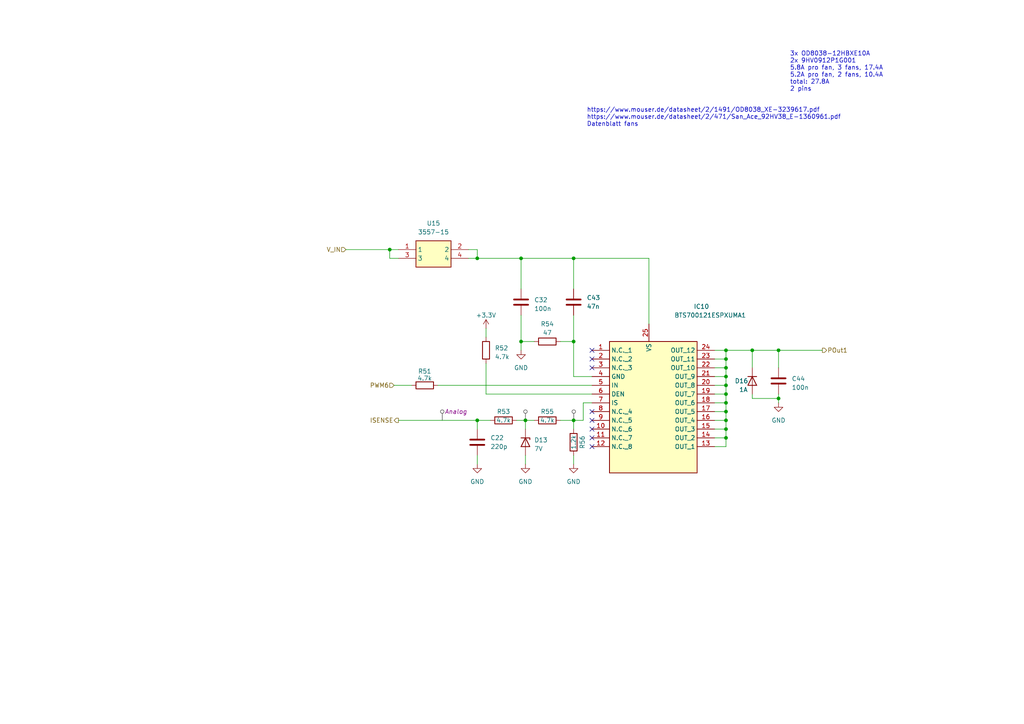
<source format=kicad_sch>
(kicad_sch
	(version 20231120)
	(generator "eeschema")
	(generator_version "8.0")
	(uuid "117d4c45-8920-4e15-aadd-05a2d488cdec")
	(paper "A4")
	(title_block
		(title "PDU FT24")
		(company "Nived Jayaprakash Nambiar ")
		(comment 1 "FasTTUBe Electronics")
	)
	(lib_symbols
		(symbol "3557-20:3557-20"
			(exclude_from_sim no)
			(in_bom yes)
			(on_board yes)
			(property "Reference" "U15"
				(at 10.16 7.62 0)
				(effects
					(font
						(size 1.27 1.27)
					)
				)
			)
			(property "Value" "3557-15"
				(at 10.16 5.08 0)
				(effects
					(font
						(size 1.27 1.27)
					)
				)
			)
			(property "Footprint" "Library:355715"
				(at 16.51 -94.92 0)
				(effects
					(font
						(size 1.27 1.27)
					)
					(justify left top)
					(hide yes)
				)
			)
			(property "Datasheet" "https://www.keyelco.com/product-pdf.cfm?p=14226"
				(at 16.51 -194.92 0)
				(effects
					(font
						(size 1.27 1.27)
					)
					(justify left top)
					(hide yes)
				)
			)
			(property "Description" "Fuse Holder T/H 2 IN 1 AUTO BLDE HOLDER, YELLOW 20A"
				(at 0 0 0)
				(effects
					(font
						(size 1.27 1.27)
					)
					(hide yes)
				)
			)
			(property "Height" "7.37"
				(at 16.51 -394.92 0)
				(effects
					(font
						(size 1.27 1.27)
					)
					(justify left top)
					(hide yes)
				)
			)
			(property "Manufacturer_Name" "Keystone Electronics"
				(at 16.51 -494.92 0)
				(effects
					(font
						(size 1.27 1.27)
					)
					(justify left top)
					(hide yes)
				)
			)
			(property "Manufacturer_Part_Number" "3557-20"
				(at 16.51 -594.92 0)
				(effects
					(font
						(size 1.27 1.27)
					)
					(justify left top)
					(hide yes)
				)
			)
			(property "Mouser Part Number" "534-3557-20"
				(at 16.51 -694.92 0)
				(effects
					(font
						(size 1.27 1.27)
					)
					(justify left top)
					(hide yes)
				)
			)
			(property "Mouser Price/Stock" "https://www.mouser.co.uk/ProductDetail/Keystone-Electronics/3557-20?qs=iR2ablhfrmF%2FWhSZXEYN7g%3D%3D"
				(at 16.51 -794.92 0)
				(effects
					(font
						(size 1.27 1.27)
					)
					(justify left top)
					(hide yes)
				)
			)
			(property "Arrow Part Number" ""
				(at 16.51 -894.92 0)
				(effects
					(font
						(size 1.27 1.27)
					)
					(justify left top)
					(hide yes)
				)
			)
			(property "Arrow Price/Stock" ""
				(at 16.51 -994.92 0)
				(effects
					(font
						(size 1.27 1.27)
					)
					(justify left top)
					(hide yes)
				)
			)
			(symbol "3557-20_1_1"
				(rectangle
					(start 5.08 2.54)
					(end 15.24 -5.08)
					(stroke
						(width 0.254)
						(type default)
					)
					(fill
						(type background)
					)
				)
				(pin passive line
					(at 0 0 0)
					(length 5.08)
					(name "1"
						(effects
							(font
								(size 1.27 1.27)
							)
						)
					)
					(number "1"
						(effects
							(font
								(size 1.27 1.27)
							)
						)
					)
				)
				(pin passive line
					(at 20.32 0 180)
					(length 5.08)
					(name "2"
						(effects
							(font
								(size 1.27 1.27)
							)
						)
					)
					(number "2"
						(effects
							(font
								(size 1.27 1.27)
							)
						)
					)
				)
				(pin passive line
					(at 0 -2.54 0)
					(length 5.08)
					(name "3"
						(effects
							(font
								(size 1.27 1.27)
							)
						)
					)
					(number "3"
						(effects
							(font
								(size 1.27 1.27)
							)
						)
					)
				)
				(pin passive line
					(at 20.32 -2.54 180)
					(length 5.08)
					(name "4"
						(effects
							(font
								(size 1.27 1.27)
							)
						)
					)
					(number "4"
						(effects
							(font
								(size 1.27 1.27)
							)
						)
					)
				)
			)
		)
		(symbol "BTS700121ESPXUMA1:BTS700121ESPXUMA1"
			(exclude_from_sim no)
			(in_bom yes)
			(on_board yes)
			(property "Reference" "IC9"
				(at 31.75 12.7 0)
				(effects
					(font
						(size 1.27 1.27)
					)
				)
			)
			(property "Value" "BTS700121ESPXUMA1"
				(at 34.29 10.16 0)
				(effects
					(font
						(size 1.27 1.27)
					)
				)
			)
			(property "Footprint" "BTS700121ESPXUMA1:SOP65P600X115-25N"
				(at 31.75 -94.92 0)
				(effects
					(font
						(size 1.27 1.27)
					)
					(justify left top)
					(hide yes)
				)
			)
			(property "Datasheet" "https://www.infineon.com/dgdl/Infineon-BTS70012-1ESP-DataSheet-v01_10-EN.pdf?fileId=5546d462758f5bd1017598473e2a39a7"
				(at 31.75 -194.92 0)
				(effects
					(font
						(size 1.27 1.27)
					)
					(justify left top)
					(hide yes)
				)
			)
			(property "Description" "Power Switch ICs - Power Distribution PROFET"
				(at 0 0 0)
				(effects
					(font
						(size 1.27 1.27)
					)
					(hide yes)
				)
			)
			(property "Height" "1.15"
				(at 31.75 -394.92 0)
				(effects
					(font
						(size 1.27 1.27)
					)
					(justify left top)
					(hide yes)
				)
			)
			(property "Manufacturer_Name" "Infineon"
				(at 31.75 -494.92 0)
				(effects
					(font
						(size 1.27 1.27)
					)
					(justify left top)
					(hide yes)
				)
			)
			(property "Manufacturer_Part_Number" "BTS700121ESPXUMA1"
				(at 31.75 -594.92 0)
				(effects
					(font
						(size 1.27 1.27)
					)
					(justify left top)
					(hide yes)
				)
			)
			(property "Mouser Part Number" "726-BTS700121ESPXUMA"
				(at 31.75 -694.92 0)
				(effects
					(font
						(size 1.27 1.27)
					)
					(justify left top)
					(hide yes)
				)
			)
			(property "Mouser Price/Stock" "https://www.mouser.co.uk/ProductDetail/Infineon-Technologies/BTS700121ESPXUMA1?qs=81r%252BiQLm7BTuVhpblMU93g%3D%3D"
				(at 31.75 -794.92 0)
				(effects
					(font
						(size 1.27 1.27)
					)
					(justify left top)
					(hide yes)
				)
			)
			(property "Arrow Part Number" ""
				(at 31.75 -894.92 0)
				(effects
					(font
						(size 1.27 1.27)
					)
					(justify left top)
					(hide yes)
				)
			)
			(property "Arrow Price/Stock" ""
				(at 31.75 -994.92 0)
				(effects
					(font
						(size 1.27 1.27)
					)
					(justify left top)
					(hide yes)
				)
			)
			(symbol "BTS700121ESPXUMA1_1_1"
				(rectangle
					(start 5.08 2.54)
					(end 30.48 -35.56)
					(stroke
						(width 0.254)
						(type default)
					)
					(fill
						(type background)
					)
				)
				(pin passive line
					(at 0 0 0)
					(length 5.08)
					(name "N.C._1"
						(effects
							(font
								(size 1.27 1.27)
							)
						)
					)
					(number "1"
						(effects
							(font
								(size 1.27 1.27)
							)
						)
					)
				)
				(pin passive line
					(at 0 -22.86 0)
					(length 5.08)
					(name "N.C._6"
						(effects
							(font
								(size 1.27 1.27)
							)
						)
					)
					(number "10"
						(effects
							(font
								(size 1.27 1.27)
							)
						)
					)
				)
				(pin passive line
					(at 0 -25.4 0)
					(length 5.08)
					(name "N.C._7"
						(effects
							(font
								(size 1.27 1.27)
							)
						)
					)
					(number "11"
						(effects
							(font
								(size 1.27 1.27)
							)
						)
					)
				)
				(pin passive line
					(at 0 -27.94 0)
					(length 5.08)
					(name "N.C._8"
						(effects
							(font
								(size 1.27 1.27)
							)
						)
					)
					(number "12"
						(effects
							(font
								(size 1.27 1.27)
							)
						)
					)
				)
				(pin passive line
					(at 35.56 -27.94 180)
					(length 5.08)
					(name "OUT_1"
						(effects
							(font
								(size 1.27 1.27)
							)
						)
					)
					(number "13"
						(effects
							(font
								(size 1.27 1.27)
							)
						)
					)
				)
				(pin passive line
					(at 35.56 -25.4 180)
					(length 5.08)
					(name "OUT_2"
						(effects
							(font
								(size 1.27 1.27)
							)
						)
					)
					(number "14"
						(effects
							(font
								(size 1.27 1.27)
							)
						)
					)
				)
				(pin passive line
					(at 35.56 -22.86 180)
					(length 5.08)
					(name "OUT_3"
						(effects
							(font
								(size 1.27 1.27)
							)
						)
					)
					(number "15"
						(effects
							(font
								(size 1.27 1.27)
							)
						)
					)
				)
				(pin passive line
					(at 35.56 -20.32 180)
					(length 5.08)
					(name "OUT_4"
						(effects
							(font
								(size 1.27 1.27)
							)
						)
					)
					(number "16"
						(effects
							(font
								(size 1.27 1.27)
							)
						)
					)
				)
				(pin passive line
					(at 35.56 -17.78 180)
					(length 5.08)
					(name "OUT_5"
						(effects
							(font
								(size 1.27 1.27)
							)
						)
					)
					(number "17"
						(effects
							(font
								(size 1.27 1.27)
							)
						)
					)
				)
				(pin passive line
					(at 35.56 -15.24 180)
					(length 5.08)
					(name "OUT_6"
						(effects
							(font
								(size 1.27 1.27)
							)
						)
					)
					(number "18"
						(effects
							(font
								(size 1.27 1.27)
							)
						)
					)
				)
				(pin passive line
					(at 35.56 -12.7 180)
					(length 5.08)
					(name "OUT_7"
						(effects
							(font
								(size 1.27 1.27)
							)
						)
					)
					(number "19"
						(effects
							(font
								(size 1.27 1.27)
							)
						)
					)
				)
				(pin passive line
					(at 0 -2.54 0)
					(length 5.08)
					(name "N.C._2"
						(effects
							(font
								(size 1.27 1.27)
							)
						)
					)
					(number "2"
						(effects
							(font
								(size 1.27 1.27)
							)
						)
					)
				)
				(pin passive line
					(at 35.56 -10.16 180)
					(length 5.08)
					(name "OUT_8"
						(effects
							(font
								(size 1.27 1.27)
							)
						)
					)
					(number "20"
						(effects
							(font
								(size 1.27 1.27)
							)
						)
					)
				)
				(pin passive line
					(at 35.56 -7.62 180)
					(length 5.08)
					(name "OUT_9"
						(effects
							(font
								(size 1.27 1.27)
							)
						)
					)
					(number "21"
						(effects
							(font
								(size 1.27 1.27)
							)
						)
					)
				)
				(pin passive line
					(at 35.56 -5.08 180)
					(length 5.08)
					(name "OUT_10"
						(effects
							(font
								(size 1.27 1.27)
							)
						)
					)
					(number "22"
						(effects
							(font
								(size 1.27 1.27)
							)
						)
					)
				)
				(pin passive line
					(at 35.56 -2.54 180)
					(length 5.08)
					(name "OUT_11"
						(effects
							(font
								(size 1.27 1.27)
							)
						)
					)
					(number "23"
						(effects
							(font
								(size 1.27 1.27)
							)
						)
					)
				)
				(pin power_out line
					(at 35.56 0 180)
					(length 5.08)
					(name "OUT_12"
						(effects
							(font
								(size 1.27 1.27)
							)
						)
					)
					(number "24"
						(effects
							(font
								(size 1.27 1.27)
							)
						)
					)
				)
				(pin input line
					(at 16.51 7.62 270)
					(length 5.08)
					(name "VS"
						(effects
							(font
								(size 1.27 1.27)
							)
						)
					)
					(number "25"
						(effects
							(font
								(size 1.27 1.27)
							)
						)
					)
				)
				(pin passive line
					(at 0 -5.08 0)
					(length 5.08)
					(name "N.C._3"
						(effects
							(font
								(size 1.27 1.27)
							)
						)
					)
					(number "3"
						(effects
							(font
								(size 1.27 1.27)
							)
						)
					)
				)
				(pin passive line
					(at 0 -7.62 0)
					(length 5.08)
					(name "GND"
						(effects
							(font
								(size 1.27 1.27)
							)
						)
					)
					(number "4"
						(effects
							(font
								(size 1.27 1.27)
							)
						)
					)
				)
				(pin passive line
					(at 0 -10.16 0)
					(length 5.08)
					(name "IN"
						(effects
							(font
								(size 1.27 1.27)
							)
						)
					)
					(number "5"
						(effects
							(font
								(size 1.27 1.27)
							)
						)
					)
				)
				(pin passive line
					(at 0 -12.7 0)
					(length 5.08)
					(name "DEN"
						(effects
							(font
								(size 1.27 1.27)
							)
						)
					)
					(number "6"
						(effects
							(font
								(size 1.27 1.27)
							)
						)
					)
				)
				(pin passive line
					(at 0 -15.24 0)
					(length 5.08)
					(name "IS"
						(effects
							(font
								(size 1.27 1.27)
							)
						)
					)
					(number "7"
						(effects
							(font
								(size 1.27 1.27)
							)
						)
					)
				)
				(pin passive line
					(at 0 -17.78 0)
					(length 5.08)
					(name "N.C._4"
						(effects
							(font
								(size 1.27 1.27)
							)
						)
					)
					(number "8"
						(effects
							(font
								(size 1.27 1.27)
							)
						)
					)
				)
				(pin passive line
					(at 0 -20.32 0)
					(length 5.08)
					(name "N.C._5"
						(effects
							(font
								(size 1.27 1.27)
							)
						)
					)
					(number "9"
						(effects
							(font
								(size 1.27 1.27)
							)
						)
					)
				)
			)
		)
		(symbol "Device:C"
			(pin_numbers hide)
			(pin_names
				(offset 0.254)
			)
			(exclude_from_sim no)
			(in_bom yes)
			(on_board yes)
			(property "Reference" "C"
				(at 0.635 2.54 0)
				(effects
					(font
						(size 1.27 1.27)
					)
					(justify left)
				)
			)
			(property "Value" "C"
				(at 0.635 -2.54 0)
				(effects
					(font
						(size 1.27 1.27)
					)
					(justify left)
				)
			)
			(property "Footprint" ""
				(at 0.9652 -3.81 0)
				(effects
					(font
						(size 1.27 1.27)
					)
					(hide yes)
				)
			)
			(property "Datasheet" "~"
				(at 0 0 0)
				(effects
					(font
						(size 1.27 1.27)
					)
					(hide yes)
				)
			)
			(property "Description" "Unpolarized capacitor"
				(at 0 0 0)
				(effects
					(font
						(size 1.27 1.27)
					)
					(hide yes)
				)
			)
			(property "ki_keywords" "cap capacitor"
				(at 0 0 0)
				(effects
					(font
						(size 1.27 1.27)
					)
					(hide yes)
				)
			)
			(property "ki_fp_filters" "C_*"
				(at 0 0 0)
				(effects
					(font
						(size 1.27 1.27)
					)
					(hide yes)
				)
			)
			(symbol "C_0_1"
				(polyline
					(pts
						(xy -2.032 -0.762) (xy 2.032 -0.762)
					)
					(stroke
						(width 0.508)
						(type default)
					)
					(fill
						(type none)
					)
				)
				(polyline
					(pts
						(xy -2.032 0.762) (xy 2.032 0.762)
					)
					(stroke
						(width 0.508)
						(type default)
					)
					(fill
						(type none)
					)
				)
			)
			(symbol "C_1_1"
				(pin passive line
					(at 0 3.81 270)
					(length 2.794)
					(name "~"
						(effects
							(font
								(size 1.27 1.27)
							)
						)
					)
					(number "1"
						(effects
							(font
								(size 1.27 1.27)
							)
						)
					)
				)
				(pin passive line
					(at 0 -3.81 90)
					(length 2.794)
					(name "~"
						(effects
							(font
								(size 1.27 1.27)
							)
						)
					)
					(number "2"
						(effects
							(font
								(size 1.27 1.27)
							)
						)
					)
				)
			)
		)
		(symbol "Device:D"
			(pin_numbers hide)
			(pin_names
				(offset 1.016) hide)
			(exclude_from_sim no)
			(in_bom yes)
			(on_board yes)
			(property "Reference" "D"
				(at 0 2.54 0)
				(effects
					(font
						(size 1.27 1.27)
					)
				)
			)
			(property "Value" "D"
				(at 0 -2.54 0)
				(effects
					(font
						(size 1.27 1.27)
					)
				)
			)
			(property "Footprint" ""
				(at 0 0 0)
				(effects
					(font
						(size 1.27 1.27)
					)
					(hide yes)
				)
			)
			(property "Datasheet" "~"
				(at 0 0 0)
				(effects
					(font
						(size 1.27 1.27)
					)
					(hide yes)
				)
			)
			(property "Description" "Diode"
				(at 0 0 0)
				(effects
					(font
						(size 1.27 1.27)
					)
					(hide yes)
				)
			)
			(property "Sim.Device" "D"
				(at 0 0 0)
				(effects
					(font
						(size 1.27 1.27)
					)
					(hide yes)
				)
			)
			(property "Sim.Pins" "1=K 2=A"
				(at 0 0 0)
				(effects
					(font
						(size 1.27 1.27)
					)
					(hide yes)
				)
			)
			(property "ki_keywords" "diode"
				(at 0 0 0)
				(effects
					(font
						(size 1.27 1.27)
					)
					(hide yes)
				)
			)
			(property "ki_fp_filters" "TO-???* *_Diode_* *SingleDiode* D_*"
				(at 0 0 0)
				(effects
					(font
						(size 1.27 1.27)
					)
					(hide yes)
				)
			)
			(symbol "D_0_1"
				(polyline
					(pts
						(xy -1.27 1.27) (xy -1.27 -1.27)
					)
					(stroke
						(width 0.254)
						(type default)
					)
					(fill
						(type none)
					)
				)
				(polyline
					(pts
						(xy 1.27 0) (xy -1.27 0)
					)
					(stroke
						(width 0)
						(type default)
					)
					(fill
						(type none)
					)
				)
				(polyline
					(pts
						(xy 1.27 1.27) (xy 1.27 -1.27) (xy -1.27 0) (xy 1.27 1.27)
					)
					(stroke
						(width 0.254)
						(type default)
					)
					(fill
						(type none)
					)
				)
			)
			(symbol "D_1_1"
				(pin passive line
					(at -3.81 0 0)
					(length 2.54)
					(name "K"
						(effects
							(font
								(size 1.27 1.27)
							)
						)
					)
					(number "1"
						(effects
							(font
								(size 1.27 1.27)
							)
						)
					)
				)
				(pin passive line
					(at 3.81 0 180)
					(length 2.54)
					(name "A"
						(effects
							(font
								(size 1.27 1.27)
							)
						)
					)
					(number "2"
						(effects
							(font
								(size 1.27 1.27)
							)
						)
					)
				)
			)
		)
		(symbol "Device:D_Zener"
			(pin_numbers hide)
			(pin_names
				(offset 1.016) hide)
			(exclude_from_sim no)
			(in_bom yes)
			(on_board yes)
			(property "Reference" "D"
				(at 0 2.54 0)
				(effects
					(font
						(size 1.27 1.27)
					)
				)
			)
			(property "Value" "D_Zener"
				(at 0 -2.54 0)
				(effects
					(font
						(size 1.27 1.27)
					)
				)
			)
			(property "Footprint" ""
				(at 0 0 0)
				(effects
					(font
						(size 1.27 1.27)
					)
					(hide yes)
				)
			)
			(property "Datasheet" "~"
				(at 0 0 0)
				(effects
					(font
						(size 1.27 1.27)
					)
					(hide yes)
				)
			)
			(property "Description" "Zener diode"
				(at 0 0 0)
				(effects
					(font
						(size 1.27 1.27)
					)
					(hide yes)
				)
			)
			(property "ki_keywords" "diode"
				(at 0 0 0)
				(effects
					(font
						(size 1.27 1.27)
					)
					(hide yes)
				)
			)
			(property "ki_fp_filters" "TO-???* *_Diode_* *SingleDiode* D_*"
				(at 0 0 0)
				(effects
					(font
						(size 1.27 1.27)
					)
					(hide yes)
				)
			)
			(symbol "D_Zener_0_1"
				(polyline
					(pts
						(xy 1.27 0) (xy -1.27 0)
					)
					(stroke
						(width 0)
						(type default)
					)
					(fill
						(type none)
					)
				)
				(polyline
					(pts
						(xy -1.27 -1.27) (xy -1.27 1.27) (xy -0.762 1.27)
					)
					(stroke
						(width 0.254)
						(type default)
					)
					(fill
						(type none)
					)
				)
				(polyline
					(pts
						(xy 1.27 -1.27) (xy 1.27 1.27) (xy -1.27 0) (xy 1.27 -1.27)
					)
					(stroke
						(width 0.254)
						(type default)
					)
					(fill
						(type none)
					)
				)
			)
			(symbol "D_Zener_1_1"
				(pin passive line
					(at -3.81 0 0)
					(length 2.54)
					(name "K"
						(effects
							(font
								(size 1.27 1.27)
							)
						)
					)
					(number "1"
						(effects
							(font
								(size 1.27 1.27)
							)
						)
					)
				)
				(pin passive line
					(at 3.81 0 180)
					(length 2.54)
					(name "A"
						(effects
							(font
								(size 1.27 1.27)
							)
						)
					)
					(number "2"
						(effects
							(font
								(size 1.27 1.27)
							)
						)
					)
				)
			)
		)
		(symbol "Device:R"
			(pin_numbers hide)
			(pin_names
				(offset 0)
			)
			(exclude_from_sim no)
			(in_bom yes)
			(on_board yes)
			(property "Reference" "R"
				(at 2.032 0 90)
				(effects
					(font
						(size 1.27 1.27)
					)
				)
			)
			(property "Value" "R"
				(at 0 0 90)
				(effects
					(font
						(size 1.27 1.27)
					)
				)
			)
			(property "Footprint" ""
				(at -1.778 0 90)
				(effects
					(font
						(size 1.27 1.27)
					)
					(hide yes)
				)
			)
			(property "Datasheet" "~"
				(at 0 0 0)
				(effects
					(font
						(size 1.27 1.27)
					)
					(hide yes)
				)
			)
			(property "Description" "Resistor"
				(at 0 0 0)
				(effects
					(font
						(size 1.27 1.27)
					)
					(hide yes)
				)
			)
			(property "ki_keywords" "R res resistor"
				(at 0 0 0)
				(effects
					(font
						(size 1.27 1.27)
					)
					(hide yes)
				)
			)
			(property "ki_fp_filters" "R_*"
				(at 0 0 0)
				(effects
					(font
						(size 1.27 1.27)
					)
					(hide yes)
				)
			)
			(symbol "R_0_1"
				(rectangle
					(start -1.016 -2.54)
					(end 1.016 2.54)
					(stroke
						(width 0.254)
						(type default)
					)
					(fill
						(type none)
					)
				)
			)
			(symbol "R_1_1"
				(pin passive line
					(at 0 3.81 270)
					(length 1.27)
					(name "~"
						(effects
							(font
								(size 1.27 1.27)
							)
						)
					)
					(number "1"
						(effects
							(font
								(size 1.27 1.27)
							)
						)
					)
				)
				(pin passive line
					(at 0 -3.81 90)
					(length 1.27)
					(name "~"
						(effects
							(font
								(size 1.27 1.27)
							)
						)
					)
					(number "2"
						(effects
							(font
								(size 1.27 1.27)
							)
						)
					)
				)
			)
		)
		(symbol "power:+3.3V"
			(power)
			(pin_names
				(offset 0)
			)
			(exclude_from_sim no)
			(in_bom yes)
			(on_board yes)
			(property "Reference" "#PWR"
				(at 0 -3.81 0)
				(effects
					(font
						(size 1.27 1.27)
					)
					(hide yes)
				)
			)
			(property "Value" "+3.3V"
				(at 0 3.556 0)
				(effects
					(font
						(size 1.27 1.27)
					)
				)
			)
			(property "Footprint" ""
				(at 0 0 0)
				(effects
					(font
						(size 1.27 1.27)
					)
					(hide yes)
				)
			)
			(property "Datasheet" ""
				(at 0 0 0)
				(effects
					(font
						(size 1.27 1.27)
					)
					(hide yes)
				)
			)
			(property "Description" "Power symbol creates a global label with name \"+3.3V\""
				(at 0 0 0)
				(effects
					(font
						(size 1.27 1.27)
					)
					(hide yes)
				)
			)
			(property "ki_keywords" "global power"
				(at 0 0 0)
				(effects
					(font
						(size 1.27 1.27)
					)
					(hide yes)
				)
			)
			(symbol "+3.3V_0_1"
				(polyline
					(pts
						(xy -0.762 1.27) (xy 0 2.54)
					)
					(stroke
						(width 0)
						(type default)
					)
					(fill
						(type none)
					)
				)
				(polyline
					(pts
						(xy 0 0) (xy 0 2.54)
					)
					(stroke
						(width 0)
						(type default)
					)
					(fill
						(type none)
					)
				)
				(polyline
					(pts
						(xy 0 2.54) (xy 0.762 1.27)
					)
					(stroke
						(width 0)
						(type default)
					)
					(fill
						(type none)
					)
				)
			)
			(symbol "+3.3V_1_1"
				(pin power_in line
					(at 0 0 90)
					(length 0) hide
					(name "+3.3V"
						(effects
							(font
								(size 1.27 1.27)
							)
						)
					)
					(number "1"
						(effects
							(font
								(size 1.27 1.27)
							)
						)
					)
				)
			)
		)
		(symbol "power:GND"
			(power)
			(pin_names
				(offset 0)
			)
			(exclude_from_sim no)
			(in_bom yes)
			(on_board yes)
			(property "Reference" "#PWR"
				(at 0 -6.35 0)
				(effects
					(font
						(size 1.27 1.27)
					)
					(hide yes)
				)
			)
			(property "Value" "GND"
				(at 0 -3.81 0)
				(effects
					(font
						(size 1.27 1.27)
					)
				)
			)
			(property "Footprint" ""
				(at 0 0 0)
				(effects
					(font
						(size 1.27 1.27)
					)
					(hide yes)
				)
			)
			(property "Datasheet" ""
				(at 0 0 0)
				(effects
					(font
						(size 1.27 1.27)
					)
					(hide yes)
				)
			)
			(property "Description" "Power symbol creates a global label with name \"GND\" , ground"
				(at 0 0 0)
				(effects
					(font
						(size 1.27 1.27)
					)
					(hide yes)
				)
			)
			(property "ki_keywords" "global power"
				(at 0 0 0)
				(effects
					(font
						(size 1.27 1.27)
					)
					(hide yes)
				)
			)
			(symbol "GND_0_1"
				(polyline
					(pts
						(xy 0 0) (xy 0 -1.27) (xy 1.27 -1.27) (xy 0 -2.54) (xy -1.27 -1.27) (xy 0 -1.27)
					)
					(stroke
						(width 0)
						(type default)
					)
					(fill
						(type none)
					)
				)
			)
			(symbol "GND_1_1"
				(pin power_in line
					(at 0 0 270)
					(length 0) hide
					(name "GND"
						(effects
							(font
								(size 1.27 1.27)
							)
						)
					)
					(number "1"
						(effects
							(font
								(size 1.27 1.27)
							)
						)
					)
				)
			)
		)
	)
	(junction
		(at 210.566 121.92)
		(diameter 0)
		(color 0 0 0 0)
		(uuid "060dafbc-4445-4593-982b-8e1d7b6bb535")
	)
	(junction
		(at 210.566 104.14)
		(diameter 0)
		(color 0 0 0 0)
		(uuid "08ae730d-4351-4f0b-811c-ad69e33b7a30")
	)
	(junction
		(at 210.566 127)
		(diameter 0)
		(color 0 0 0 0)
		(uuid "227fcb25-9608-46c5-9b21-a20d27656c0a")
	)
	(junction
		(at 210.566 109.22)
		(diameter 0)
		(color 0 0 0 0)
		(uuid "2d50f36f-3e63-4fe0-b474-cbdf7b1fb4cc")
	)
	(junction
		(at 218.186 101.6)
		(diameter 0)
		(color 0 0 0 0)
		(uuid "32f9603b-d348-4fec-aec4-16a700a839fb")
	)
	(junction
		(at 113.03 72.39)
		(diameter 0)
		(color 0 0 0 0)
		(uuid "33f10886-14b0-4ce9-a629-c61a7033ac19")
	)
	(junction
		(at 138.43 74.93)
		(diameter 0)
		(color 0 0 0 0)
		(uuid "3894ace0-4ce6-4435-8195-a3c50844ef21")
	)
	(junction
		(at 210.566 111.76)
		(diameter 0)
		(color 0 0 0 0)
		(uuid "52d53d4e-e952-4b6d-b1bf-08eb8ff5cfa3")
	)
	(junction
		(at 210.566 124.46)
		(diameter 0)
		(color 0 0 0 0)
		(uuid "61baa2a5-e5c9-428a-aa91-80a3a07aacfa")
	)
	(junction
		(at 225.806 101.6)
		(diameter 0)
		(color 0 0 0 0)
		(uuid "674f3813-635c-4a0d-b27a-9f94a9b9d093")
	)
	(junction
		(at 210.566 119.38)
		(diameter 0)
		(color 0 0 0 0)
		(uuid "79f1e7e1-5457-420a-a363-508d8f5f46d8")
	)
	(junction
		(at 225.806 115.57)
		(diameter 0)
		(color 0 0 0 0)
		(uuid "93269931-1af6-449c-a7cf-025dda9c62fd")
	)
	(junction
		(at 151.13 99.06)
		(diameter 0)
		(color 0 0 0 0)
		(uuid "9df12e39-2bcf-40ae-9105-a95aff2c61b8")
	)
	(junction
		(at 166.37 74.93)
		(diameter 0)
		(color 0 0 0 0)
		(uuid "a4a673fd-4472-4da3-bf78-d290e113935d")
	)
	(junction
		(at 138.43 121.92)
		(diameter 0)
		(color 0 0 0 0)
		(uuid "b9685ba3-2071-4eea-abcd-348256ef7cf9")
	)
	(junction
		(at 166.37 121.92)
		(diameter 0)
		(color 0 0 0 0)
		(uuid "bb07ceb4-0f13-4bd6-9f5e-e95608e1cbfa")
	)
	(junction
		(at 210.566 114.3)
		(diameter 0)
		(color 0 0 0 0)
		(uuid "bc946cc6-15a8-44fd-900b-3c6ad6ac009e")
	)
	(junction
		(at 210.566 116.84)
		(diameter 0)
		(color 0 0 0 0)
		(uuid "d109f555-1a54-41cd-b9dc-5e3d98817cb9")
	)
	(junction
		(at 166.37 99.06)
		(diameter 0)
		(color 0 0 0 0)
		(uuid "d20be402-fdf1-40e9-af6c-3d867df84cd2")
	)
	(junction
		(at 210.566 101.6)
		(diameter 0)
		(color 0 0 0 0)
		(uuid "d984b89b-66ed-4fd9-ae29-23a79f047432")
	)
	(junction
		(at 151.13 74.93)
		(diameter 0)
		(color 0 0 0 0)
		(uuid "e0ca4093-8fbc-4c79-bbdb-210a4723d910")
	)
	(junction
		(at 152.4 121.92)
		(diameter 0)
		(color 0 0 0 0)
		(uuid "ea31f3b2-a025-43db-9aca-fdb663efeb5e")
	)
	(junction
		(at 210.566 106.68)
		(diameter 0)
		(color 0 0 0 0)
		(uuid "f09d241a-7d96-4872-9714-9bb854718cc1")
	)
	(no_connect
		(at 171.704 121.92)
		(uuid "38d3b648-4f0c-4e78-987d-77747bccb85c")
	)
	(no_connect
		(at 171.704 129.54)
		(uuid "3e362446-8cf1-4cfb-ae0c-db263b108dd1")
	)
	(no_connect
		(at 171.704 106.68)
		(uuid "8764ff3c-bb54-4c7a-be73-e4c5fcfd4131")
	)
	(no_connect
		(at 171.704 104.14)
		(uuid "93c1385e-299b-4616-8803-322308cebf13")
	)
	(no_connect
		(at 171.704 119.38)
		(uuid "a78214a2-a93e-48ab-9702-d72676d44aed")
	)
	(no_connect
		(at 171.704 124.46)
		(uuid "bdb9a377-7374-49bb-8322-704ca46e705a")
	)
	(no_connect
		(at 171.704 127)
		(uuid "cfe3ccae-f1e4-4d2c-b3f0-ee4b7ff82cc1")
	)
	(no_connect
		(at 171.704 101.6)
		(uuid "d8690982-e742-47dc-bff3-2256f4327e51")
	)
	(wire
		(pts
			(xy 142.24 121.92) (xy 138.43 121.92)
		)
		(stroke
			(width 0)
			(type default)
		)
		(uuid "0002dcc4-a895-41d7-82d5-5f5addd36afb")
	)
	(wire
		(pts
			(xy 210.566 109.22) (xy 210.566 111.76)
		)
		(stroke
			(width 0)
			(type default)
		)
		(uuid "0d23f1b8-9b83-4292-98b4-3928a5f90ed0")
	)
	(wire
		(pts
			(xy 210.566 116.84) (xy 210.566 119.38)
		)
		(stroke
			(width 0)
			(type default)
		)
		(uuid "0f2b83fc-4964-4e33-acf8-feb871124afd")
	)
	(wire
		(pts
			(xy 210.566 121.92) (xy 210.566 124.46)
		)
		(stroke
			(width 0)
			(type default)
		)
		(uuid "11f05f43-60d9-4e51-a57d-54ab7e3b122f")
	)
	(wire
		(pts
			(xy 138.43 74.93) (xy 151.13 74.93)
		)
		(stroke
			(width 0)
			(type default)
		)
		(uuid "129b45f8-bc10-48f0-b972-4afd20d8dd74")
	)
	(wire
		(pts
			(xy 152.4 121.92) (xy 149.86 121.92)
		)
		(stroke
			(width 0)
			(type default)
		)
		(uuid "1482d55d-3bc2-4852-af97-4c4ade865e8b")
	)
	(wire
		(pts
			(xy 115.57 121.92) (xy 138.43 121.92)
		)
		(stroke
			(width 0)
			(type default)
		)
		(uuid "14c7e791-3615-47f8-a2c1-1150d8d1e794")
	)
	(wire
		(pts
			(xy 210.566 114.3) (xy 210.566 116.84)
		)
		(stroke
			(width 0)
			(type default)
		)
		(uuid "17d86351-7346-4e60-88d9-dfe68f563698")
	)
	(wire
		(pts
			(xy 210.566 104.14) (xy 210.566 106.68)
		)
		(stroke
			(width 0)
			(type default)
		)
		(uuid "20beba77-71d6-4902-8fcd-f738906817a1")
	)
	(wire
		(pts
			(xy 207.264 111.76) (xy 210.566 111.76)
		)
		(stroke
			(width 0)
			(type default)
		)
		(uuid "224cd84e-ddba-4c79-b075-f04fa832f352")
	)
	(wire
		(pts
			(xy 210.566 111.76) (xy 210.566 114.3)
		)
		(stroke
			(width 0)
			(type default)
		)
		(uuid "25324ae1-f120-437a-b41a-11d029462948")
	)
	(wire
		(pts
			(xy 218.186 114.3) (xy 218.186 115.57)
		)
		(stroke
			(width 0)
			(type default)
		)
		(uuid "33ef79df-acf6-48ae-89c3-44db95f111c7")
	)
	(wire
		(pts
			(xy 152.4 121.92) (xy 154.94 121.92)
		)
		(stroke
			(width 0)
			(type default)
		)
		(uuid "357235e7-3791-408f-8430-509b15476d56")
	)
	(wire
		(pts
			(xy 207.264 109.22) (xy 210.566 109.22)
		)
		(stroke
			(width 0)
			(type default)
		)
		(uuid "3dbee6ac-d633-4275-a404-e4e14909eebc")
	)
	(wire
		(pts
			(xy 218.186 101.6) (xy 218.186 106.68)
		)
		(stroke
			(width 0)
			(type default)
		)
		(uuid "4106ce29-3fc0-4420-9954-9f51f868f496")
	)
	(wire
		(pts
			(xy 151.13 74.93) (xy 166.37 74.93)
		)
		(stroke
			(width 0)
			(type default)
		)
		(uuid "41acfea3-e978-4572-beb9-6b2c08f2fd19")
	)
	(wire
		(pts
			(xy 225.806 101.6) (xy 225.806 106.68)
		)
		(stroke
			(width 0)
			(type default)
		)
		(uuid "4246fb7d-36bd-4c29-a439-5d293aae6143")
	)
	(wire
		(pts
			(xy 113.03 74.93) (xy 113.03 72.39)
		)
		(stroke
			(width 0)
			(type default)
		)
		(uuid "44889e86-c247-4e02-840e-90ddb67da13b")
	)
	(wire
		(pts
			(xy 162.56 99.06) (xy 166.37 99.06)
		)
		(stroke
			(width 0)
			(type default)
		)
		(uuid "4935547c-3c90-4464-9ccb-68c3458cebac")
	)
	(wire
		(pts
			(xy 166.37 74.93) (xy 166.37 83.82)
		)
		(stroke
			(width 0)
			(type default)
		)
		(uuid "50089cfc-e9c9-4c1b-99ca-7a70a8cff652")
	)
	(wire
		(pts
			(xy 210.566 101.6) (xy 218.186 101.6)
		)
		(stroke
			(width 0)
			(type default)
		)
		(uuid "57181dea-11de-4686-889f-186ba8936da6")
	)
	(wire
		(pts
			(xy 210.566 106.68) (xy 210.566 109.22)
		)
		(stroke
			(width 0)
			(type default)
		)
		(uuid "572aae84-f2ec-4847-bd14-320e368d35d5")
	)
	(wire
		(pts
			(xy 166.37 109.22) (xy 166.37 99.06)
		)
		(stroke
			(width 0)
			(type default)
		)
		(uuid "5cf31942-4c62-4a6c-92f3-992522d9c068")
	)
	(wire
		(pts
			(xy 225.806 101.6) (xy 238.506 101.6)
		)
		(stroke
			(width 0)
			(type default)
		)
		(uuid "5e0706b3-d738-4519-8402-40eaee5e3990")
	)
	(wire
		(pts
			(xy 207.264 119.38) (xy 210.566 119.38)
		)
		(stroke
			(width 0)
			(type default)
		)
		(uuid "6401b54f-2a9c-4a18-b4b5-e092d7dfb818")
	)
	(wire
		(pts
			(xy 100.33 72.39) (xy 113.03 72.39)
		)
		(stroke
			(width 0)
			(type default)
		)
		(uuid "64be3c40-88fc-4345-9ed4-3d4ee5074d8a")
	)
	(wire
		(pts
			(xy 151.13 99.06) (xy 151.13 91.44)
		)
		(stroke
			(width 0)
			(type default)
		)
		(uuid "6622894d-0187-47c9-8c55-36e556311649")
	)
	(wire
		(pts
			(xy 166.37 132.08) (xy 166.37 134.62)
		)
		(stroke
			(width 0)
			(type default)
		)
		(uuid "68c75065-957b-49d3-861a-2071fbb594c5")
	)
	(wire
		(pts
			(xy 225.806 115.57) (xy 225.806 116.84)
		)
		(stroke
			(width 0)
			(type default)
		)
		(uuid "749e9bf2-6275-472c-a71e-f1676340c8e4")
	)
	(wire
		(pts
			(xy 207.264 106.68) (xy 210.566 106.68)
		)
		(stroke
			(width 0)
			(type default)
		)
		(uuid "755da3b8-2ab9-4416-8b84-5edba316f339")
	)
	(wire
		(pts
			(xy 140.97 105.41) (xy 140.97 114.3)
		)
		(stroke
			(width 0)
			(type default)
		)
		(uuid "7e22c9ef-70ba-4928-823b-fe9df9215fad")
	)
	(wire
		(pts
			(xy 166.37 74.93) (xy 188.214 74.93)
		)
		(stroke
			(width 0)
			(type default)
		)
		(uuid "8031b4ef-b394-4c97-967e-2c3959f76a2e")
	)
	(wire
		(pts
			(xy 210.566 124.46) (xy 210.566 127)
		)
		(stroke
			(width 0)
			(type default)
		)
		(uuid "8375572d-0209-489c-ad12-86ab590e472c")
	)
	(wire
		(pts
			(xy 114.3 111.76) (xy 119.38 111.76)
		)
		(stroke
			(width 0)
			(type default)
		)
		(uuid "8580100b-c3db-4baa-a312-2a6d55486d5c")
	)
	(wire
		(pts
			(xy 166.37 124.46) (xy 166.37 121.92)
		)
		(stroke
			(width 0)
			(type default)
		)
		(uuid "886758c6-3403-49cc-afd8-05ac2b6a690d")
	)
	(wire
		(pts
			(xy 207.264 116.84) (xy 210.566 116.84)
		)
		(stroke
			(width 0)
			(type default)
		)
		(uuid "908f3073-e0e9-4ebd-8a35-ce6f627b187e")
	)
	(wire
		(pts
			(xy 166.37 121.92) (xy 169.164 121.92)
		)
		(stroke
			(width 0)
			(type default)
		)
		(uuid "962c7833-1080-4f47-8d6c-c1910651691a")
	)
	(wire
		(pts
			(xy 225.806 114.3) (xy 225.806 115.57)
		)
		(stroke
			(width 0)
			(type default)
		)
		(uuid "9672d19c-813f-46a5-af45-059475549ede")
	)
	(wire
		(pts
			(xy 151.13 74.93) (xy 151.13 83.82)
		)
		(stroke
			(width 0)
			(type default)
		)
		(uuid "9bfe03a9-618b-448c-83b6-01749ef7a8e0")
	)
	(wire
		(pts
			(xy 166.37 121.92) (xy 162.56 121.92)
		)
		(stroke
			(width 0)
			(type default)
		)
		(uuid "9d3aacab-6f05-4c08-abab-7d11410f78a1")
	)
	(wire
		(pts
			(xy 207.264 127) (xy 210.566 127)
		)
		(stroke
			(width 0)
			(type default)
		)
		(uuid "9eb3bf55-35f9-46b4-9aeb-20d702996d80")
	)
	(wire
		(pts
			(xy 207.264 101.6) (xy 210.566 101.6)
		)
		(stroke
			(width 0)
			(type default)
		)
		(uuid "aafef7fe-3c90-4f55-a986-8d5414ed13cf")
	)
	(wire
		(pts
			(xy 218.186 115.57) (xy 225.806 115.57)
		)
		(stroke
			(width 0)
			(type default)
		)
		(uuid "ac145a0a-ece6-42b9-86ad-74bea3967ed5")
	)
	(wire
		(pts
			(xy 166.37 91.44) (xy 166.37 99.06)
		)
		(stroke
			(width 0)
			(type default)
		)
		(uuid "ae415a26-e686-404c-bbad-3a5c91f00542")
	)
	(wire
		(pts
			(xy 210.566 101.6) (xy 210.566 104.14)
		)
		(stroke
			(width 0)
			(type default)
		)
		(uuid "ae6db24e-7812-4d4e-9ef1-a6db513c6696")
	)
	(wire
		(pts
			(xy 207.264 104.14) (xy 210.566 104.14)
		)
		(stroke
			(width 0)
			(type default)
		)
		(uuid "b31c84a1-93f5-402f-91bf-e47019b1d521")
	)
	(wire
		(pts
			(xy 207.264 114.3) (xy 210.566 114.3)
		)
		(stroke
			(width 0)
			(type default)
		)
		(uuid "b592b07e-dfd0-416e-a75a-81e2d5c38662")
	)
	(wire
		(pts
			(xy 135.89 72.39) (xy 138.43 72.39)
		)
		(stroke
			(width 0)
			(type default)
		)
		(uuid "b75ea45d-f67b-454c-a345-8af7ebfe7827")
	)
	(wire
		(pts
			(xy 171.704 114.3) (xy 140.97 114.3)
		)
		(stroke
			(width 0)
			(type default)
		)
		(uuid "bd43fd20-0ba9-4f28-ae60-4d2e7f350ff5")
	)
	(wire
		(pts
			(xy 207.264 121.92) (xy 210.566 121.92)
		)
		(stroke
			(width 0)
			(type default)
		)
		(uuid "bd89961b-dd14-496b-956f-a804d43593dd")
	)
	(wire
		(pts
			(xy 169.164 121.92) (xy 169.164 116.84)
		)
		(stroke
			(width 0)
			(type default)
		)
		(uuid "bde1ad80-5638-4d8c-8c86-491460fdaed1")
	)
	(wire
		(pts
			(xy 169.164 116.84) (xy 171.704 116.84)
		)
		(stroke
			(width 0)
			(type default)
		)
		(uuid "c6d9c444-2837-45cc-9d31-f8f2c91c80ec")
	)
	(wire
		(pts
			(xy 138.43 132.08) (xy 138.43 134.62)
		)
		(stroke
			(width 0)
			(type default)
		)
		(uuid "c94d0e78-03ad-40de-88e4-b3bdc133021d")
	)
	(wire
		(pts
			(xy 152.4 132.08) (xy 152.4 134.62)
		)
		(stroke
			(width 0)
			(type default)
		)
		(uuid "c9aa31cf-8573-4cb4-86cd-897e35ae85e8")
	)
	(wire
		(pts
			(xy 135.89 74.93) (xy 138.43 74.93)
		)
		(stroke
			(width 0)
			(type default)
		)
		(uuid "caa097be-569c-4b6e-ad56-4deea44f4d79")
	)
	(wire
		(pts
			(xy 152.4 124.46) (xy 152.4 121.92)
		)
		(stroke
			(width 0)
			(type default)
		)
		(uuid "d4a996a7-3b54-4bc1-a40f-afd143aab91c")
	)
	(wire
		(pts
			(xy 127 111.76) (xy 171.704 111.76)
		)
		(stroke
			(width 0)
			(type default)
		)
		(uuid "d84516d1-f647-4f50-8c2d-1cc824324dd3")
	)
	(wire
		(pts
			(xy 171.704 109.22) (xy 166.37 109.22)
		)
		(stroke
			(width 0)
			(type default)
		)
		(uuid "ddc80ead-77e2-42a3-b010-336334ecb472")
	)
	(wire
		(pts
			(xy 210.566 119.38) (xy 210.566 121.92)
		)
		(stroke
			(width 0)
			(type default)
		)
		(uuid "defff4b3-3080-4018-8d74-f2b5cfd08a47")
	)
	(wire
		(pts
			(xy 210.566 129.54) (xy 207.264 129.54)
		)
		(stroke
			(width 0)
			(type default)
		)
		(uuid "df7099d2-13e6-47ec-8702-fda311a58801")
	)
	(wire
		(pts
			(xy 113.03 72.39) (xy 115.57 72.39)
		)
		(stroke
			(width 0)
			(type default)
		)
		(uuid "e01262f8-ee95-43e4-8adb-b7d2847104c9")
	)
	(wire
		(pts
			(xy 151.13 99.06) (xy 151.13 101.6)
		)
		(stroke
			(width 0)
			(type default)
		)
		(uuid "e088d339-7b40-4ec6-b94b-e736409fce8b")
	)
	(wire
		(pts
			(xy 138.43 72.39) (xy 138.43 74.93)
		)
		(stroke
			(width 0)
			(type default)
		)
		(uuid "e2289223-f2fc-4633-84cf-27bba6d4ecdf")
	)
	(wire
		(pts
			(xy 188.214 74.93) (xy 188.214 93.98)
		)
		(stroke
			(width 0)
			(type default)
		)
		(uuid "e3276bf2-2ff7-464f-a8fb-ef770444ad35")
	)
	(wire
		(pts
			(xy 210.566 127) (xy 210.566 129.54)
		)
		(stroke
			(width 0)
			(type default)
		)
		(uuid "e5ce72e4-e078-4dba-abaa-7a93a228d486")
	)
	(wire
		(pts
			(xy 138.43 121.92) (xy 138.43 124.46)
		)
		(stroke
			(width 0)
			(type default)
		)
		(uuid "eefdb82f-1480-4d8e-bd67-44b857891a04")
	)
	(wire
		(pts
			(xy 154.94 99.06) (xy 151.13 99.06)
		)
		(stroke
			(width 0)
			(type default)
		)
		(uuid "f105264a-284f-48ec-a773-61c8a09896a3")
	)
	(wire
		(pts
			(xy 140.97 95.25) (xy 140.97 97.79)
		)
		(stroke
			(width 0)
			(type default)
		)
		(uuid "f4293823-35ca-4e5a-87d7-73cc9614600e")
	)
	(wire
		(pts
			(xy 115.57 74.93) (xy 113.03 74.93)
		)
		(stroke
			(width 0)
			(type default)
		)
		(uuid "f42d6164-140f-48fa-8844-8f1d43df650a")
	)
	(wire
		(pts
			(xy 218.186 101.6) (xy 225.806 101.6)
		)
		(stroke
			(width 0)
			(type default)
		)
		(uuid "fc566207-ad0a-490e-b96b-8184ed31c482")
	)
	(wire
		(pts
			(xy 207.264 124.46) (xy 210.566 124.46)
		)
		(stroke
			(width 0)
			(type default)
		)
		(uuid "fcb1ddb7-c69d-45ed-a5ae-7d98c534de06")
	)
	(text "https://www.mouser.de/datasheet/2/1491/OD8038_XE-3239617.pdf\nhttps://www.mouser.de/datasheet/2/471/San_Ace_92HV38_E-1360961.pdf\nDatenblatt fans"
		(exclude_from_sim no)
		(at 170.18 36.83 0)
		(effects
			(font
				(size 1.27 1.27)
			)
			(justify left bottom)
		)
		(uuid "73bd009b-2ecf-4fe5-9ae8-39d7d506d32e")
	)
	(text "3x OD8038-12HBXE10A\n2x 9HV0912P1G001\n5.8A pro fan, 3 fans, 17.4A \n5.2A pro fan, 2 fans, 10.4A \ntotal: 27.8A\n2 pins\n\n\n"
		(exclude_from_sim no)
		(at 229.108 30.734 0)
		(effects
			(font
				(size 1.27 1.27)
			)
			(justify left bottom)
		)
		(uuid "f20e17ca-7eab-46d2-af04-c23a9bfca8a1")
	)
	(hierarchical_label "PWM6"
		(shape input)
		(at 114.3 111.76 180)
		(fields_autoplaced yes)
		(effects
			(font
				(size 1.27 1.27)
			)
			(justify right)
		)
		(uuid "27c8e0ba-33e6-4a53-87ae-d598a4f8de03")
	)
	(hierarchical_label "POut1"
		(shape output)
		(at 238.506 101.6 0)
		(fields_autoplaced yes)
		(effects
			(font
				(size 1.27 1.27)
			)
			(justify left)
		)
		(uuid "3a217700-7873-4292-a41d-0e534e2714e1")
	)
	(hierarchical_label "ISENSE"
		(shape output)
		(at 115.57 121.92 180)
		(fields_autoplaced yes)
		(effects
			(font
				(size 1.27 1.27)
			)
			(justify right)
		)
		(uuid "7d901f8a-613a-4ac3-9262-ef1eb6818ef3")
	)
	(hierarchical_label "V_IN"
		(shape input)
		(at 100.33 72.39 180)
		(fields_autoplaced yes)
		(effects
			(font
				(size 1.27 1.27)
			)
			(justify right)
		)
		(uuid "b66a6aaa-6192-4c23-8a42-da349c984b0a")
	)
	(netclass_flag ""
		(length 2.54)
		(shape round)
		(at 166.4151 121.92 0)
		(fields_autoplaced yes)
		(effects
			(font
				(size 1.27 1.27)
			)
			(justify left bottom)
		)
		(uuid "46b2ce34-b2ab-488d-8901-8fc5997a86d9")
		(property "Netclass" "Analog"
			(at 167.1136 119.38 0)
			(effects
				(font
					(size 1.27 1.27)
					(italic yes)
				)
				(justify left)
				(hide yes)
			)
		)
	)
	(netclass_flag ""
		(length 2.54)
		(shape round)
		(at 152.4 121.92 0)
		(fields_autoplaced yes)
		(effects
			(font
				(size 1.27 1.27)
			)
			(justify left bottom)
		)
		(uuid "6fd29c7e-56f6-4924-90ee-c8a1874883d3")
		(property "Netclass" "Analog"
			(at 153.0985 119.38 0)
			(effects
				(font
					(size 1.27 1.27)
					(italic yes)
				)
				(justify left)
				(hide yes)
			)
		)
	)
	(netclass_flag ""
		(length 2.54)
		(shape round)
		(at 128.27 121.92 0)
		(fields_autoplaced yes)
		(effects
			(font
				(size 1.27 1.27)
			)
			(justify left bottom)
		)
		(uuid "949dc823-96b5-413d-890e-d54435785ca6")
		(property "Netclass" "Analog"
			(at 128.9685 119.38 0)
			(effects
				(font
					(size 1.27 1.27)
					(italic yes)
				)
				(justify left)
			)
		)
	)
	(symbol
		(lib_id "Device:C")
		(at 151.13 87.63 0)
		(unit 1)
		(exclude_from_sim no)
		(in_bom yes)
		(on_board yes)
		(dnp no)
		(fields_autoplaced yes)
		(uuid "14667fea-9b33-4982-a89f-9284561f8d7e")
		(property "Reference" "C32"
			(at 154.94 86.995 0)
			(effects
				(font
					(size 1.27 1.27)
				)
				(justify left)
			)
		)
		(property "Value" "100n"
			(at 154.94 89.535 0)
			(effects
				(font
					(size 1.27 1.27)
				)
				(justify left)
			)
		)
		(property "Footprint" "Capacitor_SMD:C_0603_1608Metric"
			(at 152.0952 91.44 0)
			(effects
				(font
					(size 1.27 1.27)
				)
				(hide yes)
			)
		)
		(property "Datasheet" "~"
			(at 151.13 87.63 0)
			(effects
				(font
					(size 1.27 1.27)
				)
				(hide yes)
			)
		)
		(property "Description" ""
			(at 151.13 87.63 0)
			(effects
				(font
					(size 1.27 1.27)
				)
				(hide yes)
			)
		)
		(pin "1"
			(uuid "37e7b18f-a293-4026-bab8-5e6b1cddf4cc")
		)
		(pin "2"
			(uuid "8646103e-8d4b-47e1-af40-ac198843f3a4")
		)
		(instances
			(project "PDU FT24"
				(path "/cba93115-b7ba-40c8-a438-b74eea4adf4d/fc136761-7437-4777-9313-169871d18382/f9d0761c-a7fc-487d-9cd5-06f6ee74a55b"
					(reference "C32")
					(unit 1)
				)
			)
		)
	)
	(symbol
		(lib_id "power:GND")
		(at 225.806 116.84 0)
		(unit 1)
		(exclude_from_sim no)
		(in_bom yes)
		(on_board yes)
		(dnp no)
		(fields_autoplaced yes)
		(uuid "17ddd31d-9bac-4c03-87dc-cea0dad2cb5e")
		(property "Reference" "#PWR099"
			(at 225.806 123.19 0)
			(effects
				(font
					(size 1.27 1.27)
				)
				(hide yes)
			)
		)
		(property "Value" "GND"
			(at 225.806 121.92 0)
			(effects
				(font
					(size 1.27 1.27)
				)
			)
		)
		(property "Footprint" ""
			(at 225.806 116.84 0)
			(effects
				(font
					(size 1.27 1.27)
				)
				(hide yes)
			)
		)
		(property "Datasheet" ""
			(at 225.806 116.84 0)
			(effects
				(font
					(size 1.27 1.27)
				)
				(hide yes)
			)
		)
		(property "Description" ""
			(at 225.806 116.84 0)
			(effects
				(font
					(size 1.27 1.27)
				)
				(hide yes)
			)
		)
		(pin "1"
			(uuid "39abb0fd-a882-411f-9408-edcebc99c281")
		)
		(instances
			(project "PDU FT24"
				(path "/cba93115-b7ba-40c8-a438-b74eea4adf4d/fc136761-7437-4777-9313-169871d18382/f9d0761c-a7fc-487d-9cd5-06f6ee74a55b"
					(reference "#PWR099")
					(unit 1)
				)
			)
		)
	)
	(symbol
		(lib_id "Device:R")
		(at 146.05 121.92 90)
		(unit 1)
		(exclude_from_sim no)
		(in_bom yes)
		(on_board yes)
		(dnp no)
		(uuid "3fd7fc43-4bb0-4d6f-b566-6f8037ce01c6")
		(property "Reference" "R53"
			(at 146.05 119.38 90)
			(effects
				(font
					(size 1.27 1.27)
				)
			)
		)
		(property "Value" "4.7k"
			(at 146.05 121.92 90)
			(effects
				(font
					(size 1.27 1.27)
				)
			)
		)
		(property "Footprint" "Resistor_SMD:R_0603_1608Metric_Pad0.98x0.95mm_HandSolder"
			(at 146.05 123.698 90)
			(effects
				(font
					(size 1.27 1.27)
				)
				(hide yes)
			)
		)
		(property "Datasheet" "~"
			(at 146.05 121.92 0)
			(effects
				(font
					(size 1.27 1.27)
				)
				(hide yes)
			)
		)
		(property "Description" ""
			(at 146.05 121.92 0)
			(effects
				(font
					(size 1.27 1.27)
				)
				(hide yes)
			)
		)
		(pin "1"
			(uuid "a5fc4548-4019-478c-be04-7535306863af")
		)
		(pin "2"
			(uuid "d515e2fd-c9c8-483a-b560-5a0c80e798c2")
		)
		(instances
			(project "PDU FT24"
				(path "/cba93115-b7ba-40c8-a438-b74eea4adf4d/fc136761-7437-4777-9313-169871d18382/f9d0761c-a7fc-487d-9cd5-06f6ee74a55b"
					(reference "R53")
					(unit 1)
				)
			)
		)
	)
	(symbol
		(lib_id "power:GND")
		(at 151.13 101.6 0)
		(unit 1)
		(exclude_from_sim no)
		(in_bom yes)
		(on_board yes)
		(dnp no)
		(fields_autoplaced yes)
		(uuid "5237e437-07c2-44a1-ac99-0a5bf27f7b4f")
		(property "Reference" "#PWR096"
			(at 151.13 107.95 0)
			(effects
				(font
					(size 1.27 1.27)
				)
				(hide yes)
			)
		)
		(property "Value" "GND"
			(at 151.13 106.68 0)
			(effects
				(font
					(size 1.27 1.27)
				)
			)
		)
		(property "Footprint" ""
			(at 151.13 101.6 0)
			(effects
				(font
					(size 1.27 1.27)
				)
				(hide yes)
			)
		)
		(property "Datasheet" ""
			(at 151.13 101.6 0)
			(effects
				(font
					(size 1.27 1.27)
				)
				(hide yes)
			)
		)
		(property "Description" ""
			(at 151.13 101.6 0)
			(effects
				(font
					(size 1.27 1.27)
				)
				(hide yes)
			)
		)
		(pin "1"
			(uuid "f42239d4-41f4-4157-a2c1-0a568f5e79e4")
		)
		(instances
			(project "PDU FT24"
				(path "/cba93115-b7ba-40c8-a438-b74eea4adf4d/fc136761-7437-4777-9313-169871d18382/f9d0761c-a7fc-487d-9cd5-06f6ee74a55b"
					(reference "#PWR096")
					(unit 1)
				)
			)
		)
	)
	(symbol
		(lib_id "power:+3.3V")
		(at 140.97 95.25 0)
		(unit 1)
		(exclude_from_sim no)
		(in_bom yes)
		(on_board yes)
		(dnp no)
		(fields_autoplaced yes)
		(uuid "64ae0304-c60e-4ee0-b38b-00c8297dbe16")
		(property "Reference" "#PWR095"
			(at 140.97 99.06 0)
			(effects
				(font
					(size 1.27 1.27)
				)
				(hide yes)
			)
		)
		(property "Value" "+3.3V"
			(at 140.97 91.44 0)
			(effects
				(font
					(size 1.27 1.27)
				)
			)
		)
		(property "Footprint" ""
			(at 140.97 95.25 0)
			(effects
				(font
					(size 1.27 1.27)
				)
				(hide yes)
			)
		)
		(property "Datasheet" ""
			(at 140.97 95.25 0)
			(effects
				(font
					(size 1.27 1.27)
				)
				(hide yes)
			)
		)
		(property "Description" ""
			(at 140.97 95.25 0)
			(effects
				(font
					(size 1.27 1.27)
				)
				(hide yes)
			)
		)
		(pin "1"
			(uuid "925d0b62-de83-483e-9394-73016baefc66")
		)
		(instances
			(project "PDU FT24"
				(path "/cba93115-b7ba-40c8-a438-b74eea4adf4d/fc136761-7437-4777-9313-169871d18382/f9d0761c-a7fc-487d-9cd5-06f6ee74a55b"
					(reference "#PWR095")
					(unit 1)
				)
			)
		)
	)
	(symbol
		(lib_id "power:GND")
		(at 152.4 134.62 0)
		(unit 1)
		(exclude_from_sim no)
		(in_bom yes)
		(on_board yes)
		(dnp no)
		(fields_autoplaced yes)
		(uuid "7d902770-4deb-43f1-8d9b-4fdf712d955c")
		(property "Reference" "#PWR097"
			(at 152.4 140.97 0)
			(effects
				(font
					(size 1.27 1.27)
				)
				(hide yes)
			)
		)
		(property "Value" "GND"
			(at 152.4 139.7 0)
			(effects
				(font
					(size 1.27 1.27)
				)
			)
		)
		(property "Footprint" ""
			(at 152.4 134.62 0)
			(effects
				(font
					(size 1.27 1.27)
				)
				(hide yes)
			)
		)
		(property "Datasheet" ""
			(at 152.4 134.62 0)
			(effects
				(font
					(size 1.27 1.27)
				)
				(hide yes)
			)
		)
		(property "Description" ""
			(at 152.4 134.62 0)
			(effects
				(font
					(size 1.27 1.27)
				)
				(hide yes)
			)
		)
		(pin "1"
			(uuid "6770c73c-c11c-40da-a085-d4211346ee07")
		)
		(instances
			(project "PDU FT24"
				(path "/cba93115-b7ba-40c8-a438-b74eea4adf4d/fc136761-7437-4777-9313-169871d18382/f9d0761c-a7fc-487d-9cd5-06f6ee74a55b"
					(reference "#PWR097")
					(unit 1)
				)
			)
		)
	)
	(symbol
		(lib_id "3557-20:3557-20")
		(at 115.57 72.39 0)
		(unit 1)
		(exclude_from_sim no)
		(in_bom yes)
		(on_board yes)
		(dnp no)
		(fields_autoplaced yes)
		(uuid "81081c20-1c60-4b0d-9458-869d3bde1087")
		(property "Reference" "U15"
			(at 125.73 64.77 0)
			(effects
				(font
					(size 1.27 1.27)
				)
			)
		)
		(property "Value" "3557-15"
			(at 125.73 67.31 0)
			(effects
				(font
					(size 1.27 1.27)
				)
			)
		)
		(property "Footprint" "Library:355715"
			(at 132.08 167.31 0)
			(effects
				(font
					(size 1.27 1.27)
				)
				(justify left top)
				(hide yes)
			)
		)
		(property "Datasheet" "https://www.keyelco.com/product-pdf.cfm?p=14226"
			(at 132.08 267.31 0)
			(effects
				(font
					(size 1.27 1.27)
				)
				(justify left top)
				(hide yes)
			)
		)
		(property "Description" ""
			(at 115.57 72.39 0)
			(effects
				(font
					(size 1.27 1.27)
				)
				(hide yes)
			)
		)
		(property "Height" "7.37"
			(at 132.08 467.31 0)
			(effects
				(font
					(size 1.27 1.27)
				)
				(justify left top)
				(hide yes)
			)
		)
		(property "Manufacturer_Name" "Keystone Electronics"
			(at 132.08 567.31 0)
			(effects
				(font
					(size 1.27 1.27)
				)
				(justify left top)
				(hide yes)
			)
		)
		(property "Manufacturer_Part_Number" "3557-20"
			(at 132.08 667.31 0)
			(effects
				(font
					(size 1.27 1.27)
				)
				(justify left top)
				(hide yes)
			)
		)
		(property "Mouser Part Number" "534-3557-20"
			(at 132.08 767.31 0)
			(effects
				(font
					(size 1.27 1.27)
				)
				(justify left top)
				(hide yes)
			)
		)
		(property "Mouser Price/Stock" "https://www.mouser.co.uk/ProductDetail/Keystone-Electronics/3557-20?qs=iR2ablhfrmF%2FWhSZXEYN7g%3D%3D"
			(at 132.08 867.31 0)
			(effects
				(font
					(size 1.27 1.27)
				)
				(justify left top)
				(hide yes)
			)
		)
		(property "Arrow Part Number" ""
			(at 132.08 967.31 0)
			(effects
				(font
					(size 1.27 1.27)
				)
				(justify left top)
				(hide yes)
			)
		)
		(property "Arrow Price/Stock" ""
			(at 132.08 1067.31 0)
			(effects
				(font
					(size 1.27 1.27)
				)
				(justify left top)
				(hide yes)
			)
		)
		(pin "1"
			(uuid "28262855-8e67-49fe-b210-9ff4dcfc8786")
		)
		(pin "2"
			(uuid "86d5d7f2-c421-4869-9a87-21f8ba03338b")
		)
		(pin "3"
			(uuid "dec34e7b-bd64-4a61-893e-5c3e88b95dd7")
		)
		(pin "4"
			(uuid "f82de70f-9fd4-48df-8358-bb227bdf4037")
		)
		(instances
			(project "PDU FT24"
				(path "/cba93115-b7ba-40c8-a438-b74eea4adf4d/fc136761-7437-4777-9313-169871d18382/f9d0761c-a7fc-487d-9cd5-06f6ee74a55b"
					(reference "U15")
					(unit 1)
				)
			)
		)
	)
	(symbol
		(lib_id "Device:R")
		(at 140.97 101.6 0)
		(unit 1)
		(exclude_from_sim no)
		(in_bom yes)
		(on_board yes)
		(dnp no)
		(fields_autoplaced yes)
		(uuid "8309d2f7-7499-4c58-ac13-d72ce5453ae9")
		(property "Reference" "R52"
			(at 143.51 100.965 0)
			(effects
				(font
					(size 1.27 1.27)
				)
				(justify left)
			)
		)
		(property "Value" "4.7k"
			(at 143.51 103.505 0)
			(effects
				(font
					(size 1.27 1.27)
				)
				(justify left)
			)
		)
		(property "Footprint" "Resistor_SMD:R_0603_1608Metric_Pad0.98x0.95mm_HandSolder"
			(at 139.192 101.6 90)
			(effects
				(font
					(size 1.27 1.27)
				)
				(hide yes)
			)
		)
		(property "Datasheet" "~"
			(at 140.97 101.6 0)
			(effects
				(font
					(size 1.27 1.27)
				)
				(hide yes)
			)
		)
		(property "Description" ""
			(at 140.97 101.6 0)
			(effects
				(font
					(size 1.27 1.27)
				)
				(hide yes)
			)
		)
		(pin "1"
			(uuid "f74d3a3a-20a1-4cfa-975a-4ce6d09c20ec")
		)
		(pin "2"
			(uuid "51aa5d18-e730-430d-8aef-503dfa1781e5")
		)
		(instances
			(project "PDU FT24"
				(path "/cba93115-b7ba-40c8-a438-b74eea4adf4d/fc136761-7437-4777-9313-169871d18382/f9d0761c-a7fc-487d-9cd5-06f6ee74a55b"
					(reference "R52")
					(unit 1)
				)
			)
		)
	)
	(symbol
		(lib_id "Device:C")
		(at 225.806 110.49 0)
		(unit 1)
		(exclude_from_sim no)
		(in_bom yes)
		(on_board yes)
		(dnp no)
		(fields_autoplaced yes)
		(uuid "83bf0aab-f5ff-409b-b67c-330d83a405e8")
		(property "Reference" "C44"
			(at 229.616 109.855 0)
			(effects
				(font
					(size 1.27 1.27)
				)
				(justify left)
			)
		)
		(property "Value" "100n"
			(at 229.616 112.395 0)
			(effects
				(font
					(size 1.27 1.27)
				)
				(justify left)
			)
		)
		(property "Footprint" "Capacitor_SMD:C_0603_1608Metric"
			(at 226.7712 114.3 0)
			(effects
				(font
					(size 1.27 1.27)
				)
				(hide yes)
			)
		)
		(property "Datasheet" "~"
			(at 225.806 110.49 0)
			(effects
				(font
					(size 1.27 1.27)
				)
				(hide yes)
			)
		)
		(property "Description" ""
			(at 225.806 110.49 0)
			(effects
				(font
					(size 1.27 1.27)
				)
				(hide yes)
			)
		)
		(pin "1"
			(uuid "b9e6f025-4369-4c5f-a6f0-9a7a2e15780b")
		)
		(pin "2"
			(uuid "6ff2bef9-14dc-4759-98f8-71b477dc20a6")
		)
		(instances
			(project "PDU FT24"
				(path "/cba93115-b7ba-40c8-a438-b74eea4adf4d/fc136761-7437-4777-9313-169871d18382/f9d0761c-a7fc-487d-9cd5-06f6ee74a55b"
					(reference "C44")
					(unit 1)
				)
			)
		)
	)
	(symbol
		(lib_id "Device:R")
		(at 158.75 99.06 90)
		(unit 1)
		(exclude_from_sim no)
		(in_bom yes)
		(on_board yes)
		(dnp no)
		(fields_autoplaced yes)
		(uuid "885fdd82-f774-4838-aff3-7a99e1b6b90a")
		(property "Reference" "R54"
			(at 158.75 93.98 90)
			(effects
				(font
					(size 1.27 1.27)
				)
			)
		)
		(property "Value" "47"
			(at 158.75 96.52 90)
			(effects
				(font
					(size 1.27 1.27)
				)
			)
		)
		(property "Footprint" "Resistor_SMD:R_0603_1608Metric_Pad0.98x0.95mm_HandSolder"
			(at 158.75 100.838 90)
			(effects
				(font
					(size 1.27 1.27)
				)
				(hide yes)
			)
		)
		(property "Datasheet" "~"
			(at 158.75 99.06 0)
			(effects
				(font
					(size 1.27 1.27)
				)
				(hide yes)
			)
		)
		(property "Description" ""
			(at 158.75 99.06 0)
			(effects
				(font
					(size 1.27 1.27)
				)
				(hide yes)
			)
		)
		(pin "1"
			(uuid "c77f3c75-997a-4106-86d5-6b171d079a1f")
		)
		(pin "2"
			(uuid "7b8e6f34-7920-4084-8774-b177aa5f18ae")
		)
		(instances
			(project "PDU FT24"
				(path "/cba93115-b7ba-40c8-a438-b74eea4adf4d/fc136761-7437-4777-9313-169871d18382/f9d0761c-a7fc-487d-9cd5-06f6ee74a55b"
					(reference "R54")
					(unit 1)
				)
			)
		)
	)
	(symbol
		(lib_id "Device:D_Zener")
		(at 152.4 128.27 270)
		(unit 1)
		(exclude_from_sim no)
		(in_bom yes)
		(on_board yes)
		(dnp no)
		(fields_autoplaced yes)
		(uuid "890d2c24-606d-4604-8f4b-845e4d76090a")
		(property "Reference" "D13"
			(at 154.94 127.635 90)
			(effects
				(font
					(size 1.27 1.27)
				)
				(justify left)
			)
		)
		(property "Value" "7V"
			(at 154.94 130.175 90)
			(effects
				(font
					(size 1.27 1.27)
				)
				(justify left)
			)
		)
		(property "Footprint" "Diode_SMD:Nexperia_CFP3_SOD-123W"
			(at 152.4 128.27 0)
			(effects
				(font
					(size 1.27 1.27)
				)
				(hide yes)
			)
		)
		(property "Datasheet" "https://www.mouser.de/datasheet/2/916/HPZR_SER-3045045.pdf"
			(at 152.4 128.27 0)
			(effects
				(font
					(size 1.27 1.27)
				)
				(hide yes)
			)
		)
		(property "Description" ""
			(at 152.4 128.27 0)
			(effects
				(font
					(size 1.27 1.27)
				)
				(hide yes)
			)
		)
		(pin "1"
			(uuid "71517dba-1779-48e2-8425-798f64793a8e")
		)
		(pin "2"
			(uuid "68b85dc5-ab5c-42c4-80d5-4a02e275b421")
		)
		(instances
			(project "PDU FT24"
				(path "/cba93115-b7ba-40c8-a438-b74eea4adf4d/fc136761-7437-4777-9313-169871d18382/f9d0761c-a7fc-487d-9cd5-06f6ee74a55b"
					(reference "D13")
					(unit 1)
				)
			)
		)
	)
	(symbol
		(lib_id "Device:C")
		(at 166.37 87.63 0)
		(unit 1)
		(exclude_from_sim no)
		(in_bom yes)
		(on_board yes)
		(dnp no)
		(fields_autoplaced yes)
		(uuid "92c0aaba-906a-48de-bd03-1cb62ad290da")
		(property "Reference" "C43"
			(at 170.18 86.36 0)
			(effects
				(font
					(size 1.27 1.27)
				)
				(justify left)
			)
		)
		(property "Value" "47n"
			(at 170.18 88.9 0)
			(effects
				(font
					(size 1.27 1.27)
				)
				(justify left)
			)
		)
		(property "Footprint" "Capacitor_SMD:C_0603_1608Metric"
			(at 167.3352 91.44 0)
			(effects
				(font
					(size 1.27 1.27)
				)
				(hide yes)
			)
		)
		(property "Datasheet" "~"
			(at 166.37 87.63 0)
			(effects
				(font
					(size 1.27 1.27)
				)
				(hide yes)
			)
		)
		(property "Description" ""
			(at 166.37 87.63 0)
			(effects
				(font
					(size 1.27 1.27)
				)
				(hide yes)
			)
		)
		(pin "1"
			(uuid "38f70121-6250-431a-835b-53e4b07197da")
		)
		(pin "2"
			(uuid "d8caaca7-ffa4-41bd-a9b0-16a480d81e43")
		)
		(instances
			(project "PDU FT24"
				(path "/cba93115-b7ba-40c8-a438-b74eea4adf4d/fc136761-7437-4777-9313-169871d18382/f9d0761c-a7fc-487d-9cd5-06f6ee74a55b"
					(reference "C43")
					(unit 1)
				)
			)
		)
	)
	(symbol
		(lib_id "Device:R")
		(at 158.75 121.92 90)
		(unit 1)
		(exclude_from_sim no)
		(in_bom yes)
		(on_board yes)
		(dnp no)
		(uuid "967272d6-6d92-4f40-a304-f55302b142be")
		(property "Reference" "R55"
			(at 158.75 119.38 90)
			(effects
				(font
					(size 1.27 1.27)
				)
			)
		)
		(property "Value" "4.7k"
			(at 158.75 121.92 90)
			(effects
				(font
					(size 1.27 1.27)
				)
			)
		)
		(property "Footprint" "Resistor_SMD:R_0603_1608Metric_Pad0.98x0.95mm_HandSolder"
			(at 158.75 123.698 90)
			(effects
				(font
					(size 1.27 1.27)
				)
				(hide yes)
			)
		)
		(property "Datasheet" "~"
			(at 158.75 121.92 0)
			(effects
				(font
					(size 1.27 1.27)
				)
				(hide yes)
			)
		)
		(property "Description" ""
			(at 158.75 121.92 0)
			(effects
				(font
					(size 1.27 1.27)
				)
				(hide yes)
			)
		)
		(pin "1"
			(uuid "5367e036-fd5c-4af5-bff2-cd87e20c3b59")
		)
		(pin "2"
			(uuid "8ee634f0-3a77-404b-9be7-b90057520278")
		)
		(instances
			(project "PDU FT24"
				(path "/cba93115-b7ba-40c8-a438-b74eea4adf4d/fc136761-7437-4777-9313-169871d18382/f9d0761c-a7fc-487d-9cd5-06f6ee74a55b"
					(reference "R55")
					(unit 1)
				)
			)
		)
	)
	(symbol
		(lib_id "Device:R")
		(at 123.19 111.76 90)
		(unit 1)
		(exclude_from_sim no)
		(in_bom yes)
		(on_board yes)
		(dnp no)
		(uuid "9807d860-1f17-45ce-aecf-816cd86f6972")
		(property "Reference" "R51"
			(at 123.19 107.696 90)
			(effects
				(font
					(size 1.27 1.27)
				)
			)
		)
		(property "Value" "4.7k"
			(at 123.19 109.728 90)
			(effects
				(font
					(size 1.27 1.27)
				)
			)
		)
		(property "Footprint" "Resistor_SMD:R_0603_1608Metric_Pad0.98x0.95mm_HandSolder"
			(at 123.19 113.538 90)
			(effects
				(font
					(size 1.27 1.27)
				)
				(hide yes)
			)
		)
		(property "Datasheet" "~"
			(at 123.19 111.76 0)
			(effects
				(font
					(size 1.27 1.27)
				)
				(hide yes)
			)
		)
		(property "Description" ""
			(at 123.19 111.76 0)
			(effects
				(font
					(size 1.27 1.27)
				)
				(hide yes)
			)
		)
		(pin "1"
			(uuid "c4c30be6-e950-4b60-bb99-248d982ebf6d")
		)
		(pin "2"
			(uuid "6afb6de9-7360-4303-a7b2-5a337821424d")
		)
		(instances
			(project "PDU FT24"
				(path "/cba93115-b7ba-40c8-a438-b74eea4adf4d/fc136761-7437-4777-9313-169871d18382/f9d0761c-a7fc-487d-9cd5-06f6ee74a55b"
					(reference "R51")
					(unit 1)
				)
			)
		)
	)
	(symbol
		(lib_id "BTS700121ESPXUMA1:BTS700121ESPXUMA1")
		(at 171.704 101.6 0)
		(unit 1)
		(exclude_from_sim no)
		(in_bom yes)
		(on_board yes)
		(dnp no)
		(uuid "a89cd81d-f06d-46ee-ae07-711885e89265")
		(property "Reference" "IC10"
			(at 203.454 88.9 0)
			(effects
				(font
					(size 1.27 1.27)
				)
			)
		)
		(property "Value" "BTS700121ESPXUMA1"
			(at 205.994 91.44 0)
			(effects
				(font
					(size 1.27 1.27)
				)
			)
		)
		(property "Footprint" "KiCad:SOP65P600X115-25N"
			(at 203.454 196.52 0)
			(effects
				(font
					(size 1.27 1.27)
				)
				(justify left top)
				(hide yes)
			)
		)
		(property "Datasheet" "https://www.infineon.com/dgdl/Infineon-BTS70012-1ESP-DataSheet-v01_10-EN.pdf?fileId=5546d462758f5bd1017598473e2a39a7"
			(at 203.454 296.52 0)
			(effects
				(font
					(size 1.27 1.27)
				)
				(justify left top)
				(hide yes)
			)
		)
		(property "Description" ""
			(at 171.704 101.6 0)
			(effects
				(font
					(size 1.27 1.27)
				)
				(hide yes)
			)
		)
		(property "Height" "1.15"
			(at 203.454 496.52 0)
			(effects
				(font
					(size 1.27 1.27)
				)
				(justify left top)
				(hide yes)
			)
		)
		(property "Manufacturer_Name" "Infineon"
			(at 203.454 596.52 0)
			(effects
				(font
					(size 1.27 1.27)
				)
				(justify left top)
				(hide yes)
			)
		)
		(property "Manufacturer_Part_Number" "BTS700121ESPXUMA1"
			(at 203.454 696.52 0)
			(effects
				(font
					(size 1.27 1.27)
				)
				(justify left top)
				(hide yes)
			)
		)
		(property "Mouser Part Number" "726-BTS700121ESPXUMA"
			(at 203.454 796.52 0)
			(effects
				(font
					(size 1.27 1.27)
				)
				(justify left top)
				(hide yes)
			)
		)
		(property "Mouser Price/Stock" "https://www.mouser.co.uk/ProductDetail/Infineon-Technologies/BTS700121ESPXUMA1?qs=81r%252BiQLm7BTuVhpblMU93g%3D%3D"
			(at 203.454 896.52 0)
			(effects
				(font
					(size 1.27 1.27)
				)
				(justify left top)
				(hide yes)
			)
		)
		(property "Arrow Part Number" ""
			(at 203.454 996.52 0)
			(effects
				(font
					(size 1.27 1.27)
				)
				(justify left top)
				(hide yes)
			)
		)
		(property "Arrow Price/Stock" ""
			(at 203.454 1096.52 0)
			(effects
				(font
					(size 1.27 1.27)
				)
				(justify left top)
				(hide yes)
			)
		)
		(pin "1"
			(uuid "4c13123e-1fac-402e-8af5-414e62636ffc")
		)
		(pin "10"
			(uuid "c3009720-dda1-44e3-b657-d1cc5746770e")
		)
		(pin "11"
			(uuid "d11b4d3b-2afc-4da5-8088-f5a5cd804c4c")
		)
		(pin "12"
			(uuid "e85412fe-4606-4da3-9c1e-0d6b0b76ae65")
		)
		(pin "13"
			(uuid "48bc7f4c-67ec-4335-a517-d0820b82e7e1")
		)
		(pin "14"
			(uuid "a2b0e169-9268-4e64-b5b1-1d6e69fd59ea")
		)
		(pin "15"
			(uuid "aac49d9d-e041-4b7d-b83f-0308fe839dd9")
		)
		(pin "16"
			(uuid "7917c525-e3f4-4e02-8eac-47cfc8f7a5dd")
		)
		(pin "17"
			(uuid "e4f221e4-6858-47a6-9488-b311cdebabb8")
		)
		(pin "18"
			(uuid "d68ab2ef-e389-41cc-a914-ee044884cfaa")
		)
		(pin "19"
			(uuid "ae82bc36-e93f-4818-b71e-8bec6d01e1ab")
		)
		(pin "2"
			(uuid "f0e84bd0-f89f-47d2-ad68-52bcdc453437")
		)
		(pin "20"
			(uuid "fb623412-f3d4-4f69-994c-cd8f5c1ee858")
		)
		(pin "21"
			(uuid "afbe996c-f8b9-4f8d-a908-ea24bbe2a824")
		)
		(pin "22"
			(uuid "d47b8e98-84b1-48a9-9748-2efdf86b821c")
		)
		(pin "23"
			(uuid "a190a73d-5f74-4094-9a3a-61c0ffbb1371")
		)
		(pin "24"
			(uuid "c8b3611a-ea77-41d1-828f-fa5b626a037d")
		)
		(pin "25"
			(uuid "57d6cd26-4ed7-4af2-a835-38f090ecb9c7")
		)
		(pin "3"
			(uuid "7bc62872-fb18-4a8f-b21b-0f1cb692045e")
		)
		(pin "4"
			(uuid "2220e002-66de-4efd-a19e-210155647933")
		)
		(pin "5"
			(uuid "442b6c6e-d957-4d85-8c38-143aa221367d")
		)
		(pin "6"
			(uuid "9fbe6c98-4530-4317-888d-4cb5e77275e6")
		)
		(pin "7"
			(uuid "1fba1a21-7f31-4628-a04d-43286156b4a6")
		)
		(pin "8"
			(uuid "742cc8f5-949d-4309-820e-9663f0af01f4")
		)
		(pin "9"
			(uuid "90ea3db6-0820-4b01-a130-75e85fed7086")
		)
		(instances
			(project "PDU FT24"
				(path "/cba93115-b7ba-40c8-a438-b74eea4adf4d/fc136761-7437-4777-9313-169871d18382/f9d0761c-a7fc-487d-9cd5-06f6ee74a55b"
					(reference "IC10")
					(unit 1)
				)
			)
		)
	)
	(symbol
		(lib_id "Device:C")
		(at 138.43 128.27 0)
		(unit 1)
		(exclude_from_sim no)
		(in_bom yes)
		(on_board yes)
		(dnp no)
		(fields_autoplaced yes)
		(uuid "cf25c009-10dc-48b7-8bdc-b6d101182249")
		(property "Reference" "C22"
			(at 142.24 127 0)
			(effects
				(font
					(size 1.27 1.27)
				)
				(justify left)
			)
		)
		(property "Value" "220p"
			(at 142.24 129.54 0)
			(effects
				(font
					(size 1.27 1.27)
				)
				(justify left)
			)
		)
		(property "Footprint" "Capacitor_SMD:C_0603_1608Metric"
			(at 139.3952 132.08 0)
			(effects
				(font
					(size 1.27 1.27)
				)
				(hide yes)
			)
		)
		(property "Datasheet" "~"
			(at 138.43 128.27 0)
			(effects
				(font
					(size 1.27 1.27)
				)
				(hide yes)
			)
		)
		(property "Description" ""
			(at 138.43 128.27 0)
			(effects
				(font
					(size 1.27 1.27)
				)
				(hide yes)
			)
		)
		(pin "1"
			(uuid "f21f1ac9-fa07-4379-b20b-b37c53e8d19f")
		)
		(pin "2"
			(uuid "1e57d33c-deae-4f69-af3a-0ae8641cae79")
		)
		(instances
			(project "PDU FT24"
				(path "/cba93115-b7ba-40c8-a438-b74eea4adf4d/fc136761-7437-4777-9313-169871d18382/f9d0761c-a7fc-487d-9cd5-06f6ee74a55b"
					(reference "C22")
					(unit 1)
				)
			)
		)
	)
	(symbol
		(lib_id "Device:D")
		(at 218.186 110.49 270)
		(unit 1)
		(exclude_from_sim no)
		(in_bom yes)
		(on_board yes)
		(dnp no)
		(uuid "dcda0e2f-a315-4290-850c-d8ab9c379438")
		(property "Reference" "D16"
			(at 213.106 110.49 90)
			(effects
				(font
					(size 1.27 1.27)
				)
				(justify left)
			)
		)
		(property "Value" "1A"
			(at 214.376 113.03 90)
			(effects
				(font
					(size 1.27 1.27)
				)
				(justify left)
			)
		)
		(property "Footprint" "Diode_SMD:D_SOD-123F"
			(at 218.186 110.49 0)
			(effects
				(font
					(size 1.27 1.27)
				)
				(hide yes)
			)
		)
		(property "Datasheet" "https://www.mouser.de/datasheet/2/389/stpst1h100-3107187.pdf"
			(at 218.186 110.49 0)
			(effects
				(font
					(size 1.27 1.27)
				)
				(hide yes)
			)
		)
		(property "Description" ""
			(at 218.186 110.49 0)
			(effects
				(font
					(size 1.27 1.27)
				)
				(hide yes)
			)
		)
		(property "Sim.Device" "D"
			(at 218.186 110.49 0)
			(effects
				(font
					(size 1.27 1.27)
				)
				(hide yes)
			)
		)
		(property "Sim.Pins" "1=K 2=A"
			(at 218.186 110.49 0)
			(effects
				(font
					(size 1.27 1.27)
				)
				(hide yes)
			)
		)
		(pin "1"
			(uuid "3131d278-575b-429d-9dc2-66f67c7831a8")
		)
		(pin "2"
			(uuid "c28c362b-5f56-401d-9696-ab143cddc3fe")
		)
		(instances
			(project "PDU FT24"
				(path "/cba93115-b7ba-40c8-a438-b74eea4adf4d/fc136761-7437-4777-9313-169871d18382/f9d0761c-a7fc-487d-9cd5-06f6ee74a55b"
					(reference "D16")
					(unit 1)
				)
			)
		)
	)
	(symbol
		(lib_id "power:GND")
		(at 166.37 134.62 0)
		(unit 1)
		(exclude_from_sim no)
		(in_bom yes)
		(on_board yes)
		(dnp no)
		(fields_autoplaced yes)
		(uuid "e23493cd-d987-48d7-8f62-2df140c4b9cf")
		(property "Reference" "#PWR098"
			(at 166.37 140.97 0)
			(effects
				(font
					(size 1.27 1.27)
				)
				(hide yes)
			)
		)
		(property "Value" "GND"
			(at 166.37 139.7 0)
			(effects
				(font
					(size 1.27 1.27)
				)
			)
		)
		(property "Footprint" ""
			(at 166.37 134.62 0)
			(effects
				(font
					(size 1.27 1.27)
				)
				(hide yes)
			)
		)
		(property "Datasheet" ""
			(at 166.37 134.62 0)
			(effects
				(font
					(size 1.27 1.27)
				)
				(hide yes)
			)
		)
		(property "Description" ""
			(at 166.37 134.62 0)
			(effects
				(font
					(size 1.27 1.27)
				)
				(hide yes)
			)
		)
		(pin "1"
			(uuid "0d10818a-15ea-4275-ac84-29fca0c2981a")
		)
		(instances
			(project "PDU FT24"
				(path "/cba93115-b7ba-40c8-a438-b74eea4adf4d/fc136761-7437-4777-9313-169871d18382/f9d0761c-a7fc-487d-9cd5-06f6ee74a55b"
					(reference "#PWR098")
					(unit 1)
				)
			)
		)
	)
	(symbol
		(lib_id "Device:R")
		(at 166.37 128.27 0)
		(unit 1)
		(exclude_from_sim no)
		(in_bom yes)
		(on_board yes)
		(dnp no)
		(uuid "e72ee86c-acbd-4c42-be2b-204ad29fbc14")
		(property "Reference" "R56"
			(at 168.91 128.27 90)
			(effects
				(font
					(size 1.27 1.27)
				)
			)
		)
		(property "Value" "1.2k"
			(at 166.37 128.27 90)
			(effects
				(font
					(size 1.27 1.27)
				)
			)
		)
		(property "Footprint" "Resistor_SMD:R_0603_1608Metric_Pad0.98x0.95mm_HandSolder"
			(at 164.592 128.27 90)
			(effects
				(font
					(size 1.27 1.27)
				)
				(hide yes)
			)
		)
		(property "Datasheet" "~"
			(at 166.37 128.27 0)
			(effects
				(font
					(size 1.27 1.27)
				)
				(hide yes)
			)
		)
		(property "Description" ""
			(at 166.37 128.27 0)
			(effects
				(font
					(size 1.27 1.27)
				)
				(hide yes)
			)
		)
		(pin "1"
			(uuid "82ec39b6-394f-42a4-9c43-35844336f4e5")
		)
		(pin "2"
			(uuid "f8f4c8c6-b2dc-4faa-8503-b0f4df1de9a6")
		)
		(instances
			(project "PDU FT24"
				(path "/cba93115-b7ba-40c8-a438-b74eea4adf4d/fc136761-7437-4777-9313-169871d18382/f9d0761c-a7fc-487d-9cd5-06f6ee74a55b"
					(reference "R56")
					(unit 1)
				)
			)
		)
	)
	(symbol
		(lib_id "power:GND")
		(at 138.43 134.62 0)
		(unit 1)
		(exclude_from_sim no)
		(in_bom yes)
		(on_board yes)
		(dnp no)
		(fields_autoplaced yes)
		(uuid "f90e3e19-a429-4146-91d6-5da8206555b0")
		(property "Reference" "#PWR086"
			(at 138.43 140.97 0)
			(effects
				(font
					(size 1.27 1.27)
				)
				(hide yes)
			)
		)
		(property "Value" "GND"
			(at 138.43 139.7 0)
			(effects
				(font
					(size 1.27 1.27)
				)
			)
		)
		(property "Footprint" ""
			(at 138.43 134.62 0)
			(effects
				(font
					(size 1.27 1.27)
				)
				(hide yes)
			)
		)
		(property "Datasheet" ""
			(at 138.43 134.62 0)
			(effects
				(font
					(size 1.27 1.27)
				)
				(hide yes)
			)
		)
		(property "Description" ""
			(at 138.43 134.62 0)
			(effects
				(font
					(size 1.27 1.27)
				)
				(hide yes)
			)
		)
		(pin "1"
			(uuid "aff940a0-5a78-42a9-9c17-80d67ad36810")
		)
		(instances
			(project "PDU FT24"
				(path "/cba93115-b7ba-40c8-a438-b74eea4adf4d/fc136761-7437-4777-9313-169871d18382/f9d0761c-a7fc-487d-9cd5-06f6ee74a55b"
					(reference "#PWR086")
					(unit 1)
				)
			)
		)
	)
)
</source>
